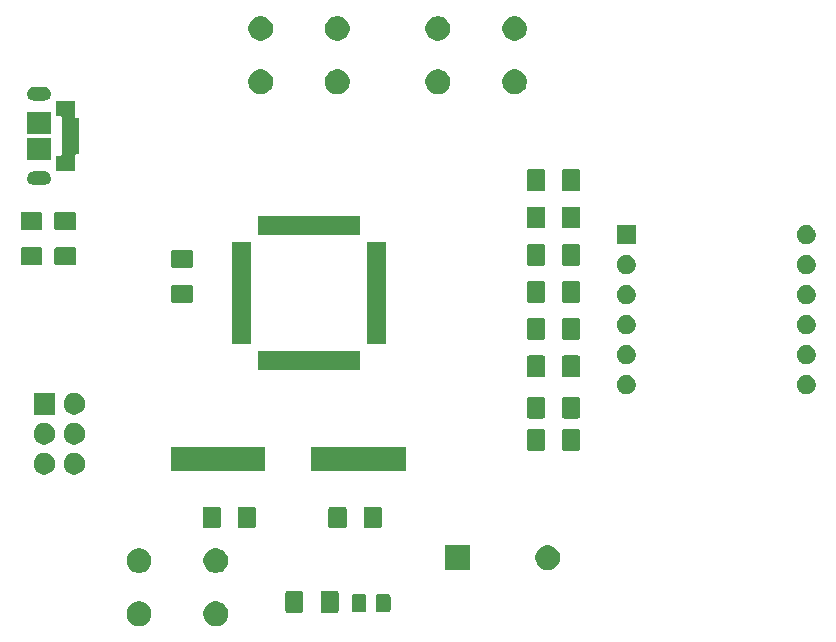
<source format=gbr>
G04 #@! TF.GenerationSoftware,KiCad,Pcbnew,(5.1.5)-3*
G04 #@! TF.CreationDate,2020-08-03T22:27:43-04:00*
G04 #@! TF.ProjectId,Kitchen Timer,4b697463-6865-46e2-9054-696d65722e6b,rev?*
G04 #@! TF.SameCoordinates,Original*
G04 #@! TF.FileFunction,Soldermask,Top*
G04 #@! TF.FilePolarity,Negative*
%FSLAX46Y46*%
G04 Gerber Fmt 4.6, Leading zero omitted, Abs format (unit mm)*
G04 Created by KiCad (PCBNEW (5.1.5)-3) date 2020-08-03 22:27:43*
%MOMM*%
%LPD*%
G04 APERTURE LIST*
%ADD10C,0.100000*%
G04 APERTURE END LIST*
D10*
G36*
X104706564Y-109489389D02*
G01*
X104897833Y-109568615D01*
X104897835Y-109568616D01*
X105069973Y-109683635D01*
X105216365Y-109830027D01*
X105331385Y-110002167D01*
X105410611Y-110193436D01*
X105451000Y-110396484D01*
X105451000Y-110603516D01*
X105410611Y-110806564D01*
X105331385Y-110997833D01*
X105331384Y-110997835D01*
X105216365Y-111169973D01*
X105069973Y-111316365D01*
X104897835Y-111431384D01*
X104897834Y-111431385D01*
X104897833Y-111431385D01*
X104706564Y-111510611D01*
X104503516Y-111551000D01*
X104296484Y-111551000D01*
X104093436Y-111510611D01*
X103902167Y-111431385D01*
X103902166Y-111431385D01*
X103902165Y-111431384D01*
X103730027Y-111316365D01*
X103583635Y-111169973D01*
X103468616Y-110997835D01*
X103468615Y-110997833D01*
X103389389Y-110806564D01*
X103349000Y-110603516D01*
X103349000Y-110396484D01*
X103389389Y-110193436D01*
X103468615Y-110002167D01*
X103583635Y-109830027D01*
X103730027Y-109683635D01*
X103902165Y-109568616D01*
X103902167Y-109568615D01*
X104093436Y-109489389D01*
X104296484Y-109449000D01*
X104503516Y-109449000D01*
X104706564Y-109489389D01*
G37*
G36*
X98206564Y-109489389D02*
G01*
X98397833Y-109568615D01*
X98397835Y-109568616D01*
X98569973Y-109683635D01*
X98716365Y-109830027D01*
X98831385Y-110002167D01*
X98910611Y-110193436D01*
X98951000Y-110396484D01*
X98951000Y-110603516D01*
X98910611Y-110806564D01*
X98831385Y-110997833D01*
X98831384Y-110997835D01*
X98716365Y-111169973D01*
X98569973Y-111316365D01*
X98397835Y-111431384D01*
X98397834Y-111431385D01*
X98397833Y-111431385D01*
X98206564Y-111510611D01*
X98003516Y-111551000D01*
X97796484Y-111551000D01*
X97593436Y-111510611D01*
X97402167Y-111431385D01*
X97402166Y-111431385D01*
X97402165Y-111431384D01*
X97230027Y-111316365D01*
X97083635Y-111169973D01*
X96968616Y-110997835D01*
X96968615Y-110997833D01*
X96889389Y-110806564D01*
X96849000Y-110603516D01*
X96849000Y-110396484D01*
X96889389Y-110193436D01*
X96968615Y-110002167D01*
X97083635Y-109830027D01*
X97230027Y-109683635D01*
X97402165Y-109568616D01*
X97402167Y-109568615D01*
X97593436Y-109489389D01*
X97796484Y-109449000D01*
X98003516Y-109449000D01*
X98206564Y-109489389D01*
G37*
G36*
X111675562Y-108578181D02*
G01*
X111710481Y-108588774D01*
X111742663Y-108605976D01*
X111770873Y-108629127D01*
X111794024Y-108657337D01*
X111811226Y-108689519D01*
X111821819Y-108724438D01*
X111826000Y-108766895D01*
X111826000Y-110233105D01*
X111821819Y-110275562D01*
X111811226Y-110310481D01*
X111794024Y-110342663D01*
X111770873Y-110370873D01*
X111742663Y-110394024D01*
X111710481Y-110411226D01*
X111675562Y-110421819D01*
X111633105Y-110426000D01*
X110491895Y-110426000D01*
X110449438Y-110421819D01*
X110414519Y-110411226D01*
X110382337Y-110394024D01*
X110354127Y-110370873D01*
X110330976Y-110342663D01*
X110313774Y-110310481D01*
X110303181Y-110275562D01*
X110299000Y-110233105D01*
X110299000Y-108766895D01*
X110303181Y-108724438D01*
X110313774Y-108689519D01*
X110330976Y-108657337D01*
X110354127Y-108629127D01*
X110382337Y-108605976D01*
X110414519Y-108588774D01*
X110449438Y-108578181D01*
X110491895Y-108574000D01*
X111633105Y-108574000D01*
X111675562Y-108578181D01*
G37*
G36*
X114650562Y-108578181D02*
G01*
X114685481Y-108588774D01*
X114717663Y-108605976D01*
X114745873Y-108629127D01*
X114769024Y-108657337D01*
X114786226Y-108689519D01*
X114796819Y-108724438D01*
X114801000Y-108766895D01*
X114801000Y-110233105D01*
X114796819Y-110275562D01*
X114786226Y-110310481D01*
X114769024Y-110342663D01*
X114745873Y-110370873D01*
X114717663Y-110394024D01*
X114685481Y-110411226D01*
X114650562Y-110421819D01*
X114608105Y-110426000D01*
X113466895Y-110426000D01*
X113424438Y-110421819D01*
X113389519Y-110411226D01*
X113357337Y-110394024D01*
X113329127Y-110370873D01*
X113305976Y-110342663D01*
X113288774Y-110310481D01*
X113278181Y-110275562D01*
X113274000Y-110233105D01*
X113274000Y-108766895D01*
X113278181Y-108724438D01*
X113288774Y-108689519D01*
X113305976Y-108657337D01*
X113329127Y-108629127D01*
X113357337Y-108605976D01*
X113389519Y-108588774D01*
X113424438Y-108578181D01*
X113466895Y-108574000D01*
X114608105Y-108574000D01*
X114650562Y-108578181D01*
G37*
G36*
X119038674Y-108853465D02*
G01*
X119076367Y-108864899D01*
X119111103Y-108883466D01*
X119141548Y-108908452D01*
X119166534Y-108938897D01*
X119185101Y-108973633D01*
X119196535Y-109011326D01*
X119201000Y-109056661D01*
X119201000Y-110143339D01*
X119196535Y-110188674D01*
X119185101Y-110226367D01*
X119166534Y-110261103D01*
X119141548Y-110291548D01*
X119111103Y-110316534D01*
X119076367Y-110335101D01*
X119038674Y-110346535D01*
X118993339Y-110351000D01*
X118156661Y-110351000D01*
X118111326Y-110346535D01*
X118073633Y-110335101D01*
X118038897Y-110316534D01*
X118008452Y-110291548D01*
X117983466Y-110261103D01*
X117964899Y-110226367D01*
X117953465Y-110188674D01*
X117949000Y-110143339D01*
X117949000Y-109056661D01*
X117953465Y-109011326D01*
X117964899Y-108973633D01*
X117983466Y-108938897D01*
X118008452Y-108908452D01*
X118038897Y-108883466D01*
X118073633Y-108864899D01*
X118111326Y-108853465D01*
X118156661Y-108849000D01*
X118993339Y-108849000D01*
X119038674Y-108853465D01*
G37*
G36*
X116988674Y-108853465D02*
G01*
X117026367Y-108864899D01*
X117061103Y-108883466D01*
X117091548Y-108908452D01*
X117116534Y-108938897D01*
X117135101Y-108973633D01*
X117146535Y-109011326D01*
X117151000Y-109056661D01*
X117151000Y-110143339D01*
X117146535Y-110188674D01*
X117135101Y-110226367D01*
X117116534Y-110261103D01*
X117091548Y-110291548D01*
X117061103Y-110316534D01*
X117026367Y-110335101D01*
X116988674Y-110346535D01*
X116943339Y-110351000D01*
X116106661Y-110351000D01*
X116061326Y-110346535D01*
X116023633Y-110335101D01*
X115988897Y-110316534D01*
X115958452Y-110291548D01*
X115933466Y-110261103D01*
X115914899Y-110226367D01*
X115903465Y-110188674D01*
X115899000Y-110143339D01*
X115899000Y-109056661D01*
X115903465Y-109011326D01*
X115914899Y-108973633D01*
X115933466Y-108938897D01*
X115958452Y-108908452D01*
X115988897Y-108883466D01*
X116023633Y-108864899D01*
X116061326Y-108853465D01*
X116106661Y-108849000D01*
X116943339Y-108849000D01*
X116988674Y-108853465D01*
G37*
G36*
X98206564Y-104989389D02*
G01*
X98397833Y-105068615D01*
X98397835Y-105068616D01*
X98569973Y-105183635D01*
X98716365Y-105330027D01*
X98792143Y-105443436D01*
X98831385Y-105502167D01*
X98910611Y-105693436D01*
X98951000Y-105896484D01*
X98951000Y-106103516D01*
X98910611Y-106306564D01*
X98831385Y-106497833D01*
X98831384Y-106497835D01*
X98716365Y-106669973D01*
X98569973Y-106816365D01*
X98397835Y-106931384D01*
X98397834Y-106931385D01*
X98397833Y-106931385D01*
X98206564Y-107010611D01*
X98003516Y-107051000D01*
X97796484Y-107051000D01*
X97593436Y-107010611D01*
X97402167Y-106931385D01*
X97402166Y-106931385D01*
X97402165Y-106931384D01*
X97230027Y-106816365D01*
X97083635Y-106669973D01*
X96968616Y-106497835D01*
X96968615Y-106497833D01*
X96889389Y-106306564D01*
X96849000Y-106103516D01*
X96849000Y-105896484D01*
X96889389Y-105693436D01*
X96968615Y-105502167D01*
X97007858Y-105443436D01*
X97083635Y-105330027D01*
X97230027Y-105183635D01*
X97402165Y-105068616D01*
X97402167Y-105068615D01*
X97593436Y-104989389D01*
X97796484Y-104949000D01*
X98003516Y-104949000D01*
X98206564Y-104989389D01*
G37*
G36*
X104706564Y-104989389D02*
G01*
X104897833Y-105068615D01*
X104897835Y-105068616D01*
X105069973Y-105183635D01*
X105216365Y-105330027D01*
X105292143Y-105443436D01*
X105331385Y-105502167D01*
X105410611Y-105693436D01*
X105451000Y-105896484D01*
X105451000Y-106103516D01*
X105410611Y-106306564D01*
X105331385Y-106497833D01*
X105331384Y-106497835D01*
X105216365Y-106669973D01*
X105069973Y-106816365D01*
X104897835Y-106931384D01*
X104897834Y-106931385D01*
X104897833Y-106931385D01*
X104706564Y-107010611D01*
X104503516Y-107051000D01*
X104296484Y-107051000D01*
X104093436Y-107010611D01*
X103902167Y-106931385D01*
X103902166Y-106931385D01*
X103902165Y-106931384D01*
X103730027Y-106816365D01*
X103583635Y-106669973D01*
X103468616Y-106497835D01*
X103468615Y-106497833D01*
X103389389Y-106306564D01*
X103349000Y-106103516D01*
X103349000Y-105896484D01*
X103389389Y-105693436D01*
X103468615Y-105502167D01*
X103507858Y-105443436D01*
X103583635Y-105330027D01*
X103730027Y-105183635D01*
X103902165Y-105068616D01*
X103902167Y-105068615D01*
X104093436Y-104989389D01*
X104296484Y-104949000D01*
X104503516Y-104949000D01*
X104706564Y-104989389D01*
G37*
G36*
X132806564Y-104739389D02*
G01*
X132997833Y-104818615D01*
X132997835Y-104818616D01*
X133169973Y-104933635D01*
X133316365Y-105080027D01*
X133385594Y-105183635D01*
X133431385Y-105252167D01*
X133510611Y-105443436D01*
X133551000Y-105646484D01*
X133551000Y-105853516D01*
X133510611Y-106056564D01*
X133431385Y-106247833D01*
X133431384Y-106247835D01*
X133316365Y-106419973D01*
X133169973Y-106566365D01*
X132997835Y-106681384D01*
X132997834Y-106681385D01*
X132997833Y-106681385D01*
X132806564Y-106760611D01*
X132603516Y-106801000D01*
X132396484Y-106801000D01*
X132193436Y-106760611D01*
X132002167Y-106681385D01*
X132002166Y-106681385D01*
X132002165Y-106681384D01*
X131830027Y-106566365D01*
X131683635Y-106419973D01*
X131568616Y-106247835D01*
X131568615Y-106247833D01*
X131489389Y-106056564D01*
X131449000Y-105853516D01*
X131449000Y-105646484D01*
X131489389Y-105443436D01*
X131568615Y-105252167D01*
X131614407Y-105183635D01*
X131683635Y-105080027D01*
X131830027Y-104933635D01*
X132002165Y-104818616D01*
X132002167Y-104818615D01*
X132193436Y-104739389D01*
X132396484Y-104699000D01*
X132603516Y-104699000D01*
X132806564Y-104739389D01*
G37*
G36*
X125951000Y-106801000D02*
G01*
X123849000Y-106801000D01*
X123849000Y-104699000D01*
X125951000Y-104699000D01*
X125951000Y-106801000D01*
G37*
G36*
X104675562Y-101428181D02*
G01*
X104710481Y-101438774D01*
X104742663Y-101455976D01*
X104770873Y-101479127D01*
X104794024Y-101507337D01*
X104811226Y-101539519D01*
X104821819Y-101574438D01*
X104826000Y-101616895D01*
X104826000Y-103083105D01*
X104821819Y-103125562D01*
X104811226Y-103160481D01*
X104794024Y-103192663D01*
X104770873Y-103220873D01*
X104742663Y-103244024D01*
X104710481Y-103261226D01*
X104675562Y-103271819D01*
X104633105Y-103276000D01*
X103491895Y-103276000D01*
X103449438Y-103271819D01*
X103414519Y-103261226D01*
X103382337Y-103244024D01*
X103354127Y-103220873D01*
X103330976Y-103192663D01*
X103313774Y-103160481D01*
X103303181Y-103125562D01*
X103299000Y-103083105D01*
X103299000Y-101616895D01*
X103303181Y-101574438D01*
X103313774Y-101539519D01*
X103330976Y-101507337D01*
X103354127Y-101479127D01*
X103382337Y-101455976D01*
X103414519Y-101438774D01*
X103449438Y-101428181D01*
X103491895Y-101424000D01*
X104633105Y-101424000D01*
X104675562Y-101428181D01*
G37*
G36*
X107650562Y-101428181D02*
G01*
X107685481Y-101438774D01*
X107717663Y-101455976D01*
X107745873Y-101479127D01*
X107769024Y-101507337D01*
X107786226Y-101539519D01*
X107796819Y-101574438D01*
X107801000Y-101616895D01*
X107801000Y-103083105D01*
X107796819Y-103125562D01*
X107786226Y-103160481D01*
X107769024Y-103192663D01*
X107745873Y-103220873D01*
X107717663Y-103244024D01*
X107685481Y-103261226D01*
X107650562Y-103271819D01*
X107608105Y-103276000D01*
X106466895Y-103276000D01*
X106424438Y-103271819D01*
X106389519Y-103261226D01*
X106357337Y-103244024D01*
X106329127Y-103220873D01*
X106305976Y-103192663D01*
X106288774Y-103160481D01*
X106278181Y-103125562D01*
X106274000Y-103083105D01*
X106274000Y-101616895D01*
X106278181Y-101574438D01*
X106288774Y-101539519D01*
X106305976Y-101507337D01*
X106329127Y-101479127D01*
X106357337Y-101455976D01*
X106389519Y-101438774D01*
X106424438Y-101428181D01*
X106466895Y-101424000D01*
X107608105Y-101424000D01*
X107650562Y-101428181D01*
G37*
G36*
X115325562Y-101428181D02*
G01*
X115360481Y-101438774D01*
X115392663Y-101455976D01*
X115420873Y-101479127D01*
X115444024Y-101507337D01*
X115461226Y-101539519D01*
X115471819Y-101574438D01*
X115476000Y-101616895D01*
X115476000Y-103083105D01*
X115471819Y-103125562D01*
X115461226Y-103160481D01*
X115444024Y-103192663D01*
X115420873Y-103220873D01*
X115392663Y-103244024D01*
X115360481Y-103261226D01*
X115325562Y-103271819D01*
X115283105Y-103276000D01*
X114141895Y-103276000D01*
X114099438Y-103271819D01*
X114064519Y-103261226D01*
X114032337Y-103244024D01*
X114004127Y-103220873D01*
X113980976Y-103192663D01*
X113963774Y-103160481D01*
X113953181Y-103125562D01*
X113949000Y-103083105D01*
X113949000Y-101616895D01*
X113953181Y-101574438D01*
X113963774Y-101539519D01*
X113980976Y-101507337D01*
X114004127Y-101479127D01*
X114032337Y-101455976D01*
X114064519Y-101438774D01*
X114099438Y-101428181D01*
X114141895Y-101424000D01*
X115283105Y-101424000D01*
X115325562Y-101428181D01*
G37*
G36*
X118300562Y-101428181D02*
G01*
X118335481Y-101438774D01*
X118367663Y-101455976D01*
X118395873Y-101479127D01*
X118419024Y-101507337D01*
X118436226Y-101539519D01*
X118446819Y-101574438D01*
X118451000Y-101616895D01*
X118451000Y-103083105D01*
X118446819Y-103125562D01*
X118436226Y-103160481D01*
X118419024Y-103192663D01*
X118395873Y-103220873D01*
X118367663Y-103244024D01*
X118335481Y-103261226D01*
X118300562Y-103271819D01*
X118258105Y-103276000D01*
X117116895Y-103276000D01*
X117074438Y-103271819D01*
X117039519Y-103261226D01*
X117007337Y-103244024D01*
X116979127Y-103220873D01*
X116955976Y-103192663D01*
X116938774Y-103160481D01*
X116928181Y-103125562D01*
X116924000Y-103083105D01*
X116924000Y-101616895D01*
X116928181Y-101574438D01*
X116938774Y-101539519D01*
X116955976Y-101507337D01*
X116979127Y-101479127D01*
X117007337Y-101455976D01*
X117039519Y-101438774D01*
X117074438Y-101428181D01*
X117116895Y-101424000D01*
X118258105Y-101424000D01*
X118300562Y-101428181D01*
G37*
G36*
X90156778Y-96920547D02*
G01*
X90323224Y-96989491D01*
X90473022Y-97089583D01*
X90600417Y-97216978D01*
X90700509Y-97366776D01*
X90769453Y-97533222D01*
X90804600Y-97709918D01*
X90804600Y-97890082D01*
X90769453Y-98066778D01*
X90700509Y-98233224D01*
X90600417Y-98383022D01*
X90473022Y-98510417D01*
X90323224Y-98610509D01*
X90156778Y-98679453D01*
X89980082Y-98714600D01*
X89799918Y-98714600D01*
X89623222Y-98679453D01*
X89456776Y-98610509D01*
X89306978Y-98510417D01*
X89179583Y-98383022D01*
X89079491Y-98233224D01*
X89010547Y-98066778D01*
X88975400Y-97890082D01*
X88975400Y-97709918D01*
X89010547Y-97533222D01*
X89079491Y-97366776D01*
X89179583Y-97216978D01*
X89306978Y-97089583D01*
X89456776Y-96989491D01*
X89623222Y-96920547D01*
X89799918Y-96885400D01*
X89980082Y-96885400D01*
X90156778Y-96920547D01*
G37*
G36*
X92696778Y-96920547D02*
G01*
X92863224Y-96989491D01*
X93013022Y-97089583D01*
X93140417Y-97216978D01*
X93240509Y-97366776D01*
X93309453Y-97533222D01*
X93344600Y-97709918D01*
X93344600Y-97890082D01*
X93309453Y-98066778D01*
X93240509Y-98233224D01*
X93140417Y-98383022D01*
X93013022Y-98510417D01*
X92863224Y-98610509D01*
X92696778Y-98679453D01*
X92520082Y-98714600D01*
X92339918Y-98714600D01*
X92163222Y-98679453D01*
X91996776Y-98610509D01*
X91846978Y-98510417D01*
X91719583Y-98383022D01*
X91619491Y-98233224D01*
X91550547Y-98066778D01*
X91515400Y-97890082D01*
X91515400Y-97709918D01*
X91550547Y-97533222D01*
X91619491Y-97366776D01*
X91719583Y-97216978D01*
X91846978Y-97089583D01*
X91996776Y-96989491D01*
X92163222Y-96920547D01*
X92339918Y-96885400D01*
X92520082Y-96885400D01*
X92696778Y-96920547D01*
G37*
G36*
X108601000Y-98451000D02*
G01*
X100624000Y-98451000D01*
X100624000Y-96349000D01*
X108601000Y-96349000D01*
X108601000Y-98451000D01*
G37*
G36*
X120476000Y-98451000D02*
G01*
X112499000Y-98451000D01*
X112499000Y-96349000D01*
X120476000Y-96349000D01*
X120476000Y-98451000D01*
G37*
G36*
X132125562Y-94878181D02*
G01*
X132160481Y-94888774D01*
X132192663Y-94905976D01*
X132220873Y-94929127D01*
X132244024Y-94957337D01*
X132261226Y-94989519D01*
X132271819Y-95024438D01*
X132276000Y-95066895D01*
X132276000Y-96533105D01*
X132271819Y-96575562D01*
X132261226Y-96610481D01*
X132244024Y-96642663D01*
X132220873Y-96670873D01*
X132192663Y-96694024D01*
X132160481Y-96711226D01*
X132125562Y-96721819D01*
X132083105Y-96726000D01*
X130941895Y-96726000D01*
X130899438Y-96721819D01*
X130864519Y-96711226D01*
X130832337Y-96694024D01*
X130804127Y-96670873D01*
X130780976Y-96642663D01*
X130763774Y-96610481D01*
X130753181Y-96575562D01*
X130749000Y-96533105D01*
X130749000Y-95066895D01*
X130753181Y-95024438D01*
X130763774Y-94989519D01*
X130780976Y-94957337D01*
X130804127Y-94929127D01*
X130832337Y-94905976D01*
X130864519Y-94888774D01*
X130899438Y-94878181D01*
X130941895Y-94874000D01*
X132083105Y-94874000D01*
X132125562Y-94878181D01*
G37*
G36*
X135100562Y-94878181D02*
G01*
X135135481Y-94888774D01*
X135167663Y-94905976D01*
X135195873Y-94929127D01*
X135219024Y-94957337D01*
X135236226Y-94989519D01*
X135246819Y-95024438D01*
X135251000Y-95066895D01*
X135251000Y-96533105D01*
X135246819Y-96575562D01*
X135236226Y-96610481D01*
X135219024Y-96642663D01*
X135195873Y-96670873D01*
X135167663Y-96694024D01*
X135135481Y-96711226D01*
X135100562Y-96721819D01*
X135058105Y-96726000D01*
X133916895Y-96726000D01*
X133874438Y-96721819D01*
X133839519Y-96711226D01*
X133807337Y-96694024D01*
X133779127Y-96670873D01*
X133755976Y-96642663D01*
X133738774Y-96610481D01*
X133728181Y-96575562D01*
X133724000Y-96533105D01*
X133724000Y-95066895D01*
X133728181Y-95024438D01*
X133738774Y-94989519D01*
X133755976Y-94957337D01*
X133779127Y-94929127D01*
X133807337Y-94905976D01*
X133839519Y-94888774D01*
X133874438Y-94878181D01*
X133916895Y-94874000D01*
X135058105Y-94874000D01*
X135100562Y-94878181D01*
G37*
G36*
X92696778Y-94380547D02*
G01*
X92863224Y-94449491D01*
X93013022Y-94549583D01*
X93140417Y-94676978D01*
X93240509Y-94826776D01*
X93309453Y-94993222D01*
X93344600Y-95169918D01*
X93344600Y-95350082D01*
X93309453Y-95526778D01*
X93240509Y-95693224D01*
X93140417Y-95843022D01*
X93013022Y-95970417D01*
X92863224Y-96070509D01*
X92696778Y-96139453D01*
X92520082Y-96174600D01*
X92339918Y-96174600D01*
X92163222Y-96139453D01*
X91996776Y-96070509D01*
X91846978Y-95970417D01*
X91719583Y-95843022D01*
X91619491Y-95693224D01*
X91550547Y-95526778D01*
X91515400Y-95350082D01*
X91515400Y-95169918D01*
X91550547Y-94993222D01*
X91619491Y-94826776D01*
X91719583Y-94676978D01*
X91846978Y-94549583D01*
X91996776Y-94449491D01*
X92163222Y-94380547D01*
X92339918Y-94345400D01*
X92520082Y-94345400D01*
X92696778Y-94380547D01*
G37*
G36*
X90156778Y-94380547D02*
G01*
X90323224Y-94449491D01*
X90473022Y-94549583D01*
X90600417Y-94676978D01*
X90700509Y-94826776D01*
X90769453Y-94993222D01*
X90804600Y-95169918D01*
X90804600Y-95350082D01*
X90769453Y-95526778D01*
X90700509Y-95693224D01*
X90600417Y-95843022D01*
X90473022Y-95970417D01*
X90323224Y-96070509D01*
X90156778Y-96139453D01*
X89980082Y-96174600D01*
X89799918Y-96174600D01*
X89623222Y-96139453D01*
X89456776Y-96070509D01*
X89306978Y-95970417D01*
X89179583Y-95843022D01*
X89079491Y-95693224D01*
X89010547Y-95526778D01*
X88975400Y-95350082D01*
X88975400Y-95169918D01*
X89010547Y-94993222D01*
X89079491Y-94826776D01*
X89179583Y-94676978D01*
X89306978Y-94549583D01*
X89456776Y-94449491D01*
X89623222Y-94380547D01*
X89799918Y-94345400D01*
X89980082Y-94345400D01*
X90156778Y-94380547D01*
G37*
G36*
X132125562Y-92128181D02*
G01*
X132160481Y-92138774D01*
X132192663Y-92155976D01*
X132220873Y-92179127D01*
X132244024Y-92207337D01*
X132261226Y-92239519D01*
X132271819Y-92274438D01*
X132276000Y-92316895D01*
X132276000Y-93783105D01*
X132271819Y-93825562D01*
X132261226Y-93860481D01*
X132244024Y-93892663D01*
X132220873Y-93920873D01*
X132192663Y-93944024D01*
X132160481Y-93961226D01*
X132125562Y-93971819D01*
X132083105Y-93976000D01*
X130941895Y-93976000D01*
X130899438Y-93971819D01*
X130864519Y-93961226D01*
X130832337Y-93944024D01*
X130804127Y-93920873D01*
X130780976Y-93892663D01*
X130763774Y-93860481D01*
X130753181Y-93825562D01*
X130749000Y-93783105D01*
X130749000Y-92316895D01*
X130753181Y-92274438D01*
X130763774Y-92239519D01*
X130780976Y-92207337D01*
X130804127Y-92179127D01*
X130832337Y-92155976D01*
X130864519Y-92138774D01*
X130899438Y-92128181D01*
X130941895Y-92124000D01*
X132083105Y-92124000D01*
X132125562Y-92128181D01*
G37*
G36*
X135100562Y-92128181D02*
G01*
X135135481Y-92138774D01*
X135167663Y-92155976D01*
X135195873Y-92179127D01*
X135219024Y-92207337D01*
X135236226Y-92239519D01*
X135246819Y-92274438D01*
X135251000Y-92316895D01*
X135251000Y-93783105D01*
X135246819Y-93825562D01*
X135236226Y-93860481D01*
X135219024Y-93892663D01*
X135195873Y-93920873D01*
X135167663Y-93944024D01*
X135135481Y-93961226D01*
X135100562Y-93971819D01*
X135058105Y-93976000D01*
X133916895Y-93976000D01*
X133874438Y-93971819D01*
X133839519Y-93961226D01*
X133807337Y-93944024D01*
X133779127Y-93920873D01*
X133755976Y-93892663D01*
X133738774Y-93860481D01*
X133728181Y-93825562D01*
X133724000Y-93783105D01*
X133724000Y-92316895D01*
X133728181Y-92274438D01*
X133738774Y-92239519D01*
X133755976Y-92207337D01*
X133779127Y-92179127D01*
X133807337Y-92155976D01*
X133839519Y-92138774D01*
X133874438Y-92128181D01*
X133916895Y-92124000D01*
X135058105Y-92124000D01*
X135100562Y-92128181D01*
G37*
G36*
X92696778Y-91840547D02*
G01*
X92863224Y-91909491D01*
X93013022Y-92009583D01*
X93140417Y-92136978D01*
X93240509Y-92286776D01*
X93309453Y-92453222D01*
X93344600Y-92629918D01*
X93344600Y-92810082D01*
X93309453Y-92986778D01*
X93240509Y-93153224D01*
X93140417Y-93303022D01*
X93013022Y-93430417D01*
X92863224Y-93530509D01*
X92696778Y-93599453D01*
X92520082Y-93634600D01*
X92339918Y-93634600D01*
X92163222Y-93599453D01*
X91996776Y-93530509D01*
X91846978Y-93430417D01*
X91719583Y-93303022D01*
X91619491Y-93153224D01*
X91550547Y-92986778D01*
X91515400Y-92810082D01*
X91515400Y-92629918D01*
X91550547Y-92453222D01*
X91619491Y-92286776D01*
X91719583Y-92136978D01*
X91846978Y-92009583D01*
X91996776Y-91909491D01*
X92163222Y-91840547D01*
X92339918Y-91805400D01*
X92520082Y-91805400D01*
X92696778Y-91840547D01*
G37*
G36*
X90804600Y-93634600D02*
G01*
X88975400Y-93634600D01*
X88975400Y-91805400D01*
X90804600Y-91805400D01*
X90804600Y-93634600D01*
G37*
G36*
X139383642Y-90329781D02*
G01*
X139529414Y-90390162D01*
X139529416Y-90390163D01*
X139660608Y-90477822D01*
X139772178Y-90589392D01*
X139859837Y-90720584D01*
X139859838Y-90720586D01*
X139920219Y-90866358D01*
X139951000Y-91021107D01*
X139951000Y-91178893D01*
X139920219Y-91333642D01*
X139859838Y-91479414D01*
X139859837Y-91479416D01*
X139772178Y-91610608D01*
X139660608Y-91722178D01*
X139529416Y-91809837D01*
X139529415Y-91809838D01*
X139529414Y-91809838D01*
X139383642Y-91870219D01*
X139228893Y-91901000D01*
X139071107Y-91901000D01*
X138916358Y-91870219D01*
X138770586Y-91809838D01*
X138770585Y-91809838D01*
X138770584Y-91809837D01*
X138639392Y-91722178D01*
X138527822Y-91610608D01*
X138440163Y-91479416D01*
X138440162Y-91479414D01*
X138379781Y-91333642D01*
X138349000Y-91178893D01*
X138349000Y-91021107D01*
X138379781Y-90866358D01*
X138440162Y-90720586D01*
X138440163Y-90720584D01*
X138527822Y-90589392D01*
X138639392Y-90477822D01*
X138770584Y-90390163D01*
X138770586Y-90390162D01*
X138916358Y-90329781D01*
X139071107Y-90299000D01*
X139228893Y-90299000D01*
X139383642Y-90329781D01*
G37*
G36*
X154623642Y-90329781D02*
G01*
X154769414Y-90390162D01*
X154769416Y-90390163D01*
X154900608Y-90477822D01*
X155012178Y-90589392D01*
X155099837Y-90720584D01*
X155099838Y-90720586D01*
X155160219Y-90866358D01*
X155191000Y-91021107D01*
X155191000Y-91178893D01*
X155160219Y-91333642D01*
X155099838Y-91479414D01*
X155099837Y-91479416D01*
X155012178Y-91610608D01*
X154900608Y-91722178D01*
X154769416Y-91809837D01*
X154769415Y-91809838D01*
X154769414Y-91809838D01*
X154623642Y-91870219D01*
X154468893Y-91901000D01*
X154311107Y-91901000D01*
X154156358Y-91870219D01*
X154010586Y-91809838D01*
X154010585Y-91809838D01*
X154010584Y-91809837D01*
X153879392Y-91722178D01*
X153767822Y-91610608D01*
X153680163Y-91479416D01*
X153680162Y-91479414D01*
X153619781Y-91333642D01*
X153589000Y-91178893D01*
X153589000Y-91021107D01*
X153619781Y-90866358D01*
X153680162Y-90720586D01*
X153680163Y-90720584D01*
X153767822Y-90589392D01*
X153879392Y-90477822D01*
X154010584Y-90390163D01*
X154010586Y-90390162D01*
X154156358Y-90329781D01*
X154311107Y-90299000D01*
X154468893Y-90299000D01*
X154623642Y-90329781D01*
G37*
G36*
X135100562Y-88628181D02*
G01*
X135135481Y-88638774D01*
X135167663Y-88655976D01*
X135195873Y-88679127D01*
X135219024Y-88707337D01*
X135236226Y-88739519D01*
X135246819Y-88774438D01*
X135251000Y-88816895D01*
X135251000Y-90283105D01*
X135246819Y-90325562D01*
X135236226Y-90360481D01*
X135219024Y-90392663D01*
X135195873Y-90420873D01*
X135167663Y-90444024D01*
X135135481Y-90461226D01*
X135100562Y-90471819D01*
X135058105Y-90476000D01*
X133916895Y-90476000D01*
X133874438Y-90471819D01*
X133839519Y-90461226D01*
X133807337Y-90444024D01*
X133779127Y-90420873D01*
X133755976Y-90392663D01*
X133738774Y-90360481D01*
X133728181Y-90325562D01*
X133724000Y-90283105D01*
X133724000Y-88816895D01*
X133728181Y-88774438D01*
X133738774Y-88739519D01*
X133755976Y-88707337D01*
X133779127Y-88679127D01*
X133807337Y-88655976D01*
X133839519Y-88638774D01*
X133874438Y-88628181D01*
X133916895Y-88624000D01*
X135058105Y-88624000D01*
X135100562Y-88628181D01*
G37*
G36*
X132125562Y-88628181D02*
G01*
X132160481Y-88638774D01*
X132192663Y-88655976D01*
X132220873Y-88679127D01*
X132244024Y-88707337D01*
X132261226Y-88739519D01*
X132271819Y-88774438D01*
X132276000Y-88816895D01*
X132276000Y-90283105D01*
X132271819Y-90325562D01*
X132261226Y-90360481D01*
X132244024Y-90392663D01*
X132220873Y-90420873D01*
X132192663Y-90444024D01*
X132160481Y-90461226D01*
X132125562Y-90471819D01*
X132083105Y-90476000D01*
X130941895Y-90476000D01*
X130899438Y-90471819D01*
X130864519Y-90461226D01*
X130832337Y-90444024D01*
X130804127Y-90420873D01*
X130780976Y-90392663D01*
X130763774Y-90360481D01*
X130753181Y-90325562D01*
X130749000Y-90283105D01*
X130749000Y-88816895D01*
X130753181Y-88774438D01*
X130763774Y-88739519D01*
X130780976Y-88707337D01*
X130804127Y-88679127D01*
X130832337Y-88655976D01*
X130864519Y-88638774D01*
X130899438Y-88628181D01*
X130941895Y-88624000D01*
X132083105Y-88624000D01*
X132125562Y-88628181D01*
G37*
G36*
X116626000Y-89851000D02*
G01*
X107974000Y-89851000D01*
X107974000Y-88249000D01*
X116626000Y-88249000D01*
X116626000Y-89851000D01*
G37*
G36*
X139383642Y-87789781D02*
G01*
X139529414Y-87850162D01*
X139529416Y-87850163D01*
X139660608Y-87937822D01*
X139772178Y-88049392D01*
X139859837Y-88180584D01*
X139859838Y-88180586D01*
X139920219Y-88326358D01*
X139951000Y-88481107D01*
X139951000Y-88638893D01*
X139920219Y-88793642D01*
X139879521Y-88891895D01*
X139859837Y-88939416D01*
X139772178Y-89070608D01*
X139660608Y-89182178D01*
X139529416Y-89269837D01*
X139529415Y-89269838D01*
X139529414Y-89269838D01*
X139383642Y-89330219D01*
X139228893Y-89361000D01*
X139071107Y-89361000D01*
X138916358Y-89330219D01*
X138770586Y-89269838D01*
X138770585Y-89269838D01*
X138770584Y-89269837D01*
X138639392Y-89182178D01*
X138527822Y-89070608D01*
X138440163Y-88939416D01*
X138420479Y-88891895D01*
X138379781Y-88793642D01*
X138349000Y-88638893D01*
X138349000Y-88481107D01*
X138379781Y-88326358D01*
X138440162Y-88180586D01*
X138440163Y-88180584D01*
X138527822Y-88049392D01*
X138639392Y-87937822D01*
X138770584Y-87850163D01*
X138770586Y-87850162D01*
X138916358Y-87789781D01*
X139071107Y-87759000D01*
X139228893Y-87759000D01*
X139383642Y-87789781D01*
G37*
G36*
X154623642Y-87789781D02*
G01*
X154769414Y-87850162D01*
X154769416Y-87850163D01*
X154900608Y-87937822D01*
X155012178Y-88049392D01*
X155099837Y-88180584D01*
X155099838Y-88180586D01*
X155160219Y-88326358D01*
X155191000Y-88481107D01*
X155191000Y-88638893D01*
X155160219Y-88793642D01*
X155119521Y-88891895D01*
X155099837Y-88939416D01*
X155012178Y-89070608D01*
X154900608Y-89182178D01*
X154769416Y-89269837D01*
X154769415Y-89269838D01*
X154769414Y-89269838D01*
X154623642Y-89330219D01*
X154468893Y-89361000D01*
X154311107Y-89361000D01*
X154156358Y-89330219D01*
X154010586Y-89269838D01*
X154010585Y-89269838D01*
X154010584Y-89269837D01*
X153879392Y-89182178D01*
X153767822Y-89070608D01*
X153680163Y-88939416D01*
X153660479Y-88891895D01*
X153619781Y-88793642D01*
X153589000Y-88638893D01*
X153589000Y-88481107D01*
X153619781Y-88326358D01*
X153680162Y-88180586D01*
X153680163Y-88180584D01*
X153767822Y-88049392D01*
X153879392Y-87937822D01*
X154010584Y-87850163D01*
X154010586Y-87850162D01*
X154156358Y-87789781D01*
X154311107Y-87759000D01*
X154468893Y-87759000D01*
X154623642Y-87789781D01*
G37*
G36*
X118801000Y-87676000D02*
G01*
X117199000Y-87676000D01*
X117199000Y-79024000D01*
X118801000Y-79024000D01*
X118801000Y-87676000D01*
G37*
G36*
X107401000Y-87676000D02*
G01*
X105799000Y-87676000D01*
X105799000Y-79024000D01*
X107401000Y-79024000D01*
X107401000Y-87676000D01*
G37*
G36*
X132125562Y-85478181D02*
G01*
X132160481Y-85488774D01*
X132192663Y-85505976D01*
X132220873Y-85529127D01*
X132244024Y-85557337D01*
X132261226Y-85589519D01*
X132271819Y-85624438D01*
X132276000Y-85666895D01*
X132276000Y-87133105D01*
X132271819Y-87175562D01*
X132261226Y-87210481D01*
X132244024Y-87242663D01*
X132220873Y-87270873D01*
X132192663Y-87294024D01*
X132160481Y-87311226D01*
X132125562Y-87321819D01*
X132083105Y-87326000D01*
X130941895Y-87326000D01*
X130899438Y-87321819D01*
X130864519Y-87311226D01*
X130832337Y-87294024D01*
X130804127Y-87270873D01*
X130780976Y-87242663D01*
X130763774Y-87210481D01*
X130753181Y-87175562D01*
X130749000Y-87133105D01*
X130749000Y-85666895D01*
X130753181Y-85624438D01*
X130763774Y-85589519D01*
X130780976Y-85557337D01*
X130804127Y-85529127D01*
X130832337Y-85505976D01*
X130864519Y-85488774D01*
X130899438Y-85478181D01*
X130941895Y-85474000D01*
X132083105Y-85474000D01*
X132125562Y-85478181D01*
G37*
G36*
X135100562Y-85478181D02*
G01*
X135135481Y-85488774D01*
X135167663Y-85505976D01*
X135195873Y-85529127D01*
X135219024Y-85557337D01*
X135236226Y-85589519D01*
X135246819Y-85624438D01*
X135251000Y-85666895D01*
X135251000Y-87133105D01*
X135246819Y-87175562D01*
X135236226Y-87210481D01*
X135219024Y-87242663D01*
X135195873Y-87270873D01*
X135167663Y-87294024D01*
X135135481Y-87311226D01*
X135100562Y-87321819D01*
X135058105Y-87326000D01*
X133916895Y-87326000D01*
X133874438Y-87321819D01*
X133839519Y-87311226D01*
X133807337Y-87294024D01*
X133779127Y-87270873D01*
X133755976Y-87242663D01*
X133738774Y-87210481D01*
X133728181Y-87175562D01*
X133724000Y-87133105D01*
X133724000Y-85666895D01*
X133728181Y-85624438D01*
X133738774Y-85589519D01*
X133755976Y-85557337D01*
X133779127Y-85529127D01*
X133807337Y-85505976D01*
X133839519Y-85488774D01*
X133874438Y-85478181D01*
X133916895Y-85474000D01*
X135058105Y-85474000D01*
X135100562Y-85478181D01*
G37*
G36*
X154623642Y-85249781D02*
G01*
X154769414Y-85310162D01*
X154769416Y-85310163D01*
X154900608Y-85397822D01*
X155012178Y-85509392D01*
X155099030Y-85639376D01*
X155099838Y-85640586D01*
X155160219Y-85786358D01*
X155191000Y-85941107D01*
X155191000Y-86098893D01*
X155160219Y-86253642D01*
X155099838Y-86399414D01*
X155099837Y-86399416D01*
X155012178Y-86530608D01*
X154900608Y-86642178D01*
X154769416Y-86729837D01*
X154769415Y-86729838D01*
X154769414Y-86729838D01*
X154623642Y-86790219D01*
X154468893Y-86821000D01*
X154311107Y-86821000D01*
X154156358Y-86790219D01*
X154010586Y-86729838D01*
X154010585Y-86729838D01*
X154010584Y-86729837D01*
X153879392Y-86642178D01*
X153767822Y-86530608D01*
X153680163Y-86399416D01*
X153680162Y-86399414D01*
X153619781Y-86253642D01*
X153589000Y-86098893D01*
X153589000Y-85941107D01*
X153619781Y-85786358D01*
X153680162Y-85640586D01*
X153680970Y-85639376D01*
X153767822Y-85509392D01*
X153879392Y-85397822D01*
X154010584Y-85310163D01*
X154010586Y-85310162D01*
X154156358Y-85249781D01*
X154311107Y-85219000D01*
X154468893Y-85219000D01*
X154623642Y-85249781D01*
G37*
G36*
X139383642Y-85249781D02*
G01*
X139529414Y-85310162D01*
X139529416Y-85310163D01*
X139660608Y-85397822D01*
X139772178Y-85509392D01*
X139859030Y-85639376D01*
X139859838Y-85640586D01*
X139920219Y-85786358D01*
X139951000Y-85941107D01*
X139951000Y-86098893D01*
X139920219Y-86253642D01*
X139859838Y-86399414D01*
X139859837Y-86399416D01*
X139772178Y-86530608D01*
X139660608Y-86642178D01*
X139529416Y-86729837D01*
X139529415Y-86729838D01*
X139529414Y-86729838D01*
X139383642Y-86790219D01*
X139228893Y-86821000D01*
X139071107Y-86821000D01*
X138916358Y-86790219D01*
X138770586Y-86729838D01*
X138770585Y-86729838D01*
X138770584Y-86729837D01*
X138639392Y-86642178D01*
X138527822Y-86530608D01*
X138440163Y-86399416D01*
X138440162Y-86399414D01*
X138379781Y-86253642D01*
X138349000Y-86098893D01*
X138349000Y-85941107D01*
X138379781Y-85786358D01*
X138440162Y-85640586D01*
X138440970Y-85639376D01*
X138527822Y-85509392D01*
X138639392Y-85397822D01*
X138770584Y-85310163D01*
X138770586Y-85310162D01*
X138916358Y-85249781D01*
X139071107Y-85219000D01*
X139228893Y-85219000D01*
X139383642Y-85249781D01*
G37*
G36*
X154623642Y-82709781D02*
G01*
X154769414Y-82770162D01*
X154769416Y-82770163D01*
X154900608Y-82857822D01*
X155012178Y-82969392D01*
X155099837Y-83100584D01*
X155099838Y-83100586D01*
X155160219Y-83246358D01*
X155191000Y-83401107D01*
X155191000Y-83558893D01*
X155160219Y-83713642D01*
X155114507Y-83824000D01*
X155099837Y-83859416D01*
X155012178Y-83990608D01*
X154900608Y-84102178D01*
X154769416Y-84189837D01*
X154769415Y-84189838D01*
X154769414Y-84189838D01*
X154623642Y-84250219D01*
X154468893Y-84281000D01*
X154311107Y-84281000D01*
X154156358Y-84250219D01*
X154010586Y-84189838D01*
X154010585Y-84189838D01*
X154010584Y-84189837D01*
X153879392Y-84102178D01*
X153767822Y-83990608D01*
X153680163Y-83859416D01*
X153665493Y-83824000D01*
X153619781Y-83713642D01*
X153589000Y-83558893D01*
X153589000Y-83401107D01*
X153619781Y-83246358D01*
X153680162Y-83100586D01*
X153680163Y-83100584D01*
X153767822Y-82969392D01*
X153879392Y-82857822D01*
X154010584Y-82770163D01*
X154010586Y-82770162D01*
X154156358Y-82709781D01*
X154311107Y-82679000D01*
X154468893Y-82679000D01*
X154623642Y-82709781D01*
G37*
G36*
X139383642Y-82709781D02*
G01*
X139529414Y-82770162D01*
X139529416Y-82770163D01*
X139660608Y-82857822D01*
X139772178Y-82969392D01*
X139859837Y-83100584D01*
X139859838Y-83100586D01*
X139920219Y-83246358D01*
X139951000Y-83401107D01*
X139951000Y-83558893D01*
X139920219Y-83713642D01*
X139874507Y-83824000D01*
X139859837Y-83859416D01*
X139772178Y-83990608D01*
X139660608Y-84102178D01*
X139529416Y-84189837D01*
X139529415Y-84189838D01*
X139529414Y-84189838D01*
X139383642Y-84250219D01*
X139228893Y-84281000D01*
X139071107Y-84281000D01*
X138916358Y-84250219D01*
X138770586Y-84189838D01*
X138770585Y-84189838D01*
X138770584Y-84189837D01*
X138639392Y-84102178D01*
X138527822Y-83990608D01*
X138440163Y-83859416D01*
X138425493Y-83824000D01*
X138379781Y-83713642D01*
X138349000Y-83558893D01*
X138349000Y-83401107D01*
X138379781Y-83246358D01*
X138440162Y-83100586D01*
X138440163Y-83100584D01*
X138527822Y-82969392D01*
X138639392Y-82857822D01*
X138770584Y-82770163D01*
X138770586Y-82770162D01*
X138916358Y-82709781D01*
X139071107Y-82679000D01*
X139228893Y-82679000D01*
X139383642Y-82709781D01*
G37*
G36*
X102325562Y-82678181D02*
G01*
X102360481Y-82688774D01*
X102392663Y-82705976D01*
X102420873Y-82729127D01*
X102444024Y-82757337D01*
X102461226Y-82789519D01*
X102471819Y-82824438D01*
X102476000Y-82866895D01*
X102476000Y-84008105D01*
X102471819Y-84050562D01*
X102461226Y-84085481D01*
X102444024Y-84117663D01*
X102420873Y-84145873D01*
X102392663Y-84169024D01*
X102360481Y-84186226D01*
X102325562Y-84196819D01*
X102283105Y-84201000D01*
X100816895Y-84201000D01*
X100774438Y-84196819D01*
X100739519Y-84186226D01*
X100707337Y-84169024D01*
X100679127Y-84145873D01*
X100655976Y-84117663D01*
X100638774Y-84085481D01*
X100628181Y-84050562D01*
X100624000Y-84008105D01*
X100624000Y-82866895D01*
X100628181Y-82824438D01*
X100638774Y-82789519D01*
X100655976Y-82757337D01*
X100679127Y-82729127D01*
X100707337Y-82705976D01*
X100739519Y-82688774D01*
X100774438Y-82678181D01*
X100816895Y-82674000D01*
X102283105Y-82674000D01*
X102325562Y-82678181D01*
G37*
G36*
X132125562Y-82328181D02*
G01*
X132160481Y-82338774D01*
X132192663Y-82355976D01*
X132220873Y-82379127D01*
X132244024Y-82407337D01*
X132261226Y-82439519D01*
X132271819Y-82474438D01*
X132276000Y-82516895D01*
X132276000Y-83983105D01*
X132271819Y-84025562D01*
X132261226Y-84060481D01*
X132244024Y-84092663D01*
X132220873Y-84120873D01*
X132192663Y-84144024D01*
X132160481Y-84161226D01*
X132125562Y-84171819D01*
X132083105Y-84176000D01*
X130941895Y-84176000D01*
X130899438Y-84171819D01*
X130864519Y-84161226D01*
X130832337Y-84144024D01*
X130804127Y-84120873D01*
X130780976Y-84092663D01*
X130763774Y-84060481D01*
X130753181Y-84025562D01*
X130749000Y-83983105D01*
X130749000Y-82516895D01*
X130753181Y-82474438D01*
X130763774Y-82439519D01*
X130780976Y-82407337D01*
X130804127Y-82379127D01*
X130832337Y-82355976D01*
X130864519Y-82338774D01*
X130899438Y-82328181D01*
X130941895Y-82324000D01*
X132083105Y-82324000D01*
X132125562Y-82328181D01*
G37*
G36*
X135100562Y-82328181D02*
G01*
X135135481Y-82338774D01*
X135167663Y-82355976D01*
X135195873Y-82379127D01*
X135219024Y-82407337D01*
X135236226Y-82439519D01*
X135246819Y-82474438D01*
X135251000Y-82516895D01*
X135251000Y-83983105D01*
X135246819Y-84025562D01*
X135236226Y-84060481D01*
X135219024Y-84092663D01*
X135195873Y-84120873D01*
X135167663Y-84144024D01*
X135135481Y-84161226D01*
X135100562Y-84171819D01*
X135058105Y-84176000D01*
X133916895Y-84176000D01*
X133874438Y-84171819D01*
X133839519Y-84161226D01*
X133807337Y-84144024D01*
X133779127Y-84120873D01*
X133755976Y-84092663D01*
X133738774Y-84060481D01*
X133728181Y-84025562D01*
X133724000Y-83983105D01*
X133724000Y-82516895D01*
X133728181Y-82474438D01*
X133738774Y-82439519D01*
X133755976Y-82407337D01*
X133779127Y-82379127D01*
X133807337Y-82355976D01*
X133839519Y-82338774D01*
X133874438Y-82328181D01*
X133916895Y-82324000D01*
X135058105Y-82324000D01*
X135100562Y-82328181D01*
G37*
G36*
X154623642Y-80169781D02*
G01*
X154769414Y-80230162D01*
X154769416Y-80230163D01*
X154900608Y-80317822D01*
X155012178Y-80429392D01*
X155043320Y-80476000D01*
X155099838Y-80560586D01*
X155160219Y-80706358D01*
X155191000Y-80861107D01*
X155191000Y-81018893D01*
X155160219Y-81173642D01*
X155099838Y-81319414D01*
X155099837Y-81319416D01*
X155012178Y-81450608D01*
X154900608Y-81562178D01*
X154769416Y-81649837D01*
X154769415Y-81649838D01*
X154769414Y-81649838D01*
X154623642Y-81710219D01*
X154468893Y-81741000D01*
X154311107Y-81741000D01*
X154156358Y-81710219D01*
X154010586Y-81649838D01*
X154010585Y-81649838D01*
X154010584Y-81649837D01*
X153879392Y-81562178D01*
X153767822Y-81450608D01*
X153680163Y-81319416D01*
X153680162Y-81319414D01*
X153619781Y-81173642D01*
X153589000Y-81018893D01*
X153589000Y-80861107D01*
X153619781Y-80706358D01*
X153680162Y-80560586D01*
X153736680Y-80476000D01*
X153767822Y-80429392D01*
X153879392Y-80317822D01*
X154010584Y-80230163D01*
X154010586Y-80230162D01*
X154156358Y-80169781D01*
X154311107Y-80139000D01*
X154468893Y-80139000D01*
X154623642Y-80169781D01*
G37*
G36*
X139383642Y-80169781D02*
G01*
X139529414Y-80230162D01*
X139529416Y-80230163D01*
X139660608Y-80317822D01*
X139772178Y-80429392D01*
X139803320Y-80476000D01*
X139859838Y-80560586D01*
X139920219Y-80706358D01*
X139951000Y-80861107D01*
X139951000Y-81018893D01*
X139920219Y-81173642D01*
X139859838Y-81319414D01*
X139859837Y-81319416D01*
X139772178Y-81450608D01*
X139660608Y-81562178D01*
X139529416Y-81649837D01*
X139529415Y-81649838D01*
X139529414Y-81649838D01*
X139383642Y-81710219D01*
X139228893Y-81741000D01*
X139071107Y-81741000D01*
X138916358Y-81710219D01*
X138770586Y-81649838D01*
X138770585Y-81649838D01*
X138770584Y-81649837D01*
X138639392Y-81562178D01*
X138527822Y-81450608D01*
X138440163Y-81319416D01*
X138440162Y-81319414D01*
X138379781Y-81173642D01*
X138349000Y-81018893D01*
X138349000Y-80861107D01*
X138379781Y-80706358D01*
X138440162Y-80560586D01*
X138496680Y-80476000D01*
X138527822Y-80429392D01*
X138639392Y-80317822D01*
X138770584Y-80230163D01*
X138770586Y-80230162D01*
X138916358Y-80169781D01*
X139071107Y-80139000D01*
X139228893Y-80139000D01*
X139383642Y-80169781D01*
G37*
G36*
X102325562Y-79703181D02*
G01*
X102360481Y-79713774D01*
X102392663Y-79730976D01*
X102420873Y-79754127D01*
X102444024Y-79782337D01*
X102461226Y-79814519D01*
X102471819Y-79849438D01*
X102476000Y-79891895D01*
X102476000Y-81033105D01*
X102471819Y-81075562D01*
X102461226Y-81110481D01*
X102444024Y-81142663D01*
X102420873Y-81170873D01*
X102392663Y-81194024D01*
X102360481Y-81211226D01*
X102325562Y-81221819D01*
X102283105Y-81226000D01*
X100816895Y-81226000D01*
X100774438Y-81221819D01*
X100739519Y-81211226D01*
X100707337Y-81194024D01*
X100679127Y-81170873D01*
X100655976Y-81142663D01*
X100638774Y-81110481D01*
X100628181Y-81075562D01*
X100624000Y-81033105D01*
X100624000Y-79891895D01*
X100628181Y-79849438D01*
X100638774Y-79814519D01*
X100655976Y-79782337D01*
X100679127Y-79754127D01*
X100707337Y-79730976D01*
X100739519Y-79713774D01*
X100774438Y-79703181D01*
X100816895Y-79699000D01*
X102283105Y-79699000D01*
X102325562Y-79703181D01*
G37*
G36*
X135100562Y-79178181D02*
G01*
X135135481Y-79188774D01*
X135167663Y-79205976D01*
X135195873Y-79229127D01*
X135219024Y-79257337D01*
X135236226Y-79289519D01*
X135246819Y-79324438D01*
X135251000Y-79366895D01*
X135251000Y-80833105D01*
X135246819Y-80875562D01*
X135236226Y-80910481D01*
X135219024Y-80942663D01*
X135195873Y-80970873D01*
X135167663Y-80994024D01*
X135135481Y-81011226D01*
X135100562Y-81021819D01*
X135058105Y-81026000D01*
X133916895Y-81026000D01*
X133874438Y-81021819D01*
X133839519Y-81011226D01*
X133807337Y-80994024D01*
X133779127Y-80970873D01*
X133755976Y-80942663D01*
X133738774Y-80910481D01*
X133728181Y-80875562D01*
X133724000Y-80833105D01*
X133724000Y-79366895D01*
X133728181Y-79324438D01*
X133738774Y-79289519D01*
X133755976Y-79257337D01*
X133779127Y-79229127D01*
X133807337Y-79205976D01*
X133839519Y-79188774D01*
X133874438Y-79178181D01*
X133916895Y-79174000D01*
X135058105Y-79174000D01*
X135100562Y-79178181D01*
G37*
G36*
X132125562Y-79178181D02*
G01*
X132160481Y-79188774D01*
X132192663Y-79205976D01*
X132220873Y-79229127D01*
X132244024Y-79257337D01*
X132261226Y-79289519D01*
X132271819Y-79324438D01*
X132276000Y-79366895D01*
X132276000Y-80833105D01*
X132271819Y-80875562D01*
X132261226Y-80910481D01*
X132244024Y-80942663D01*
X132220873Y-80970873D01*
X132192663Y-80994024D01*
X132160481Y-81011226D01*
X132125562Y-81021819D01*
X132083105Y-81026000D01*
X130941895Y-81026000D01*
X130899438Y-81021819D01*
X130864519Y-81011226D01*
X130832337Y-80994024D01*
X130804127Y-80970873D01*
X130780976Y-80942663D01*
X130763774Y-80910481D01*
X130753181Y-80875562D01*
X130749000Y-80833105D01*
X130749000Y-79366895D01*
X130753181Y-79324438D01*
X130763774Y-79289519D01*
X130780976Y-79257337D01*
X130804127Y-79229127D01*
X130832337Y-79205976D01*
X130864519Y-79188774D01*
X130899438Y-79178181D01*
X130941895Y-79174000D01*
X132083105Y-79174000D01*
X132125562Y-79178181D01*
G37*
G36*
X89575562Y-79478181D02*
G01*
X89610481Y-79488774D01*
X89642663Y-79505976D01*
X89670873Y-79529127D01*
X89694024Y-79557337D01*
X89711226Y-79589519D01*
X89721819Y-79624438D01*
X89726000Y-79666895D01*
X89726000Y-80808105D01*
X89721819Y-80850562D01*
X89711226Y-80885481D01*
X89694024Y-80917663D01*
X89670873Y-80945873D01*
X89642663Y-80969024D01*
X89610481Y-80986226D01*
X89575562Y-80996819D01*
X89533105Y-81001000D01*
X88066895Y-81001000D01*
X88024438Y-80996819D01*
X87989519Y-80986226D01*
X87957337Y-80969024D01*
X87929127Y-80945873D01*
X87905976Y-80917663D01*
X87888774Y-80885481D01*
X87878181Y-80850562D01*
X87874000Y-80808105D01*
X87874000Y-79666895D01*
X87878181Y-79624438D01*
X87888774Y-79589519D01*
X87905976Y-79557337D01*
X87929127Y-79529127D01*
X87957337Y-79505976D01*
X87989519Y-79488774D01*
X88024438Y-79478181D01*
X88066895Y-79474000D01*
X89533105Y-79474000D01*
X89575562Y-79478181D01*
G37*
G36*
X92425562Y-79478181D02*
G01*
X92460481Y-79488774D01*
X92492663Y-79505976D01*
X92520873Y-79529127D01*
X92544024Y-79557337D01*
X92561226Y-79589519D01*
X92571819Y-79624438D01*
X92576000Y-79666895D01*
X92576000Y-80808105D01*
X92571819Y-80850562D01*
X92561226Y-80885481D01*
X92544024Y-80917663D01*
X92520873Y-80945873D01*
X92492663Y-80969024D01*
X92460481Y-80986226D01*
X92425562Y-80996819D01*
X92383105Y-81001000D01*
X90916895Y-81001000D01*
X90874438Y-80996819D01*
X90839519Y-80986226D01*
X90807337Y-80969024D01*
X90779127Y-80945873D01*
X90755976Y-80917663D01*
X90738774Y-80885481D01*
X90728181Y-80850562D01*
X90724000Y-80808105D01*
X90724000Y-79666895D01*
X90728181Y-79624438D01*
X90738774Y-79589519D01*
X90755976Y-79557337D01*
X90779127Y-79529127D01*
X90807337Y-79505976D01*
X90839519Y-79488774D01*
X90874438Y-79478181D01*
X90916895Y-79474000D01*
X92383105Y-79474000D01*
X92425562Y-79478181D01*
G37*
G36*
X154623642Y-77629781D02*
G01*
X154769414Y-77690162D01*
X154769416Y-77690163D01*
X154900608Y-77777822D01*
X155012178Y-77889392D01*
X155066621Y-77970873D01*
X155099838Y-78020586D01*
X155160219Y-78166358D01*
X155191000Y-78321107D01*
X155191000Y-78478893D01*
X155160219Y-78633642D01*
X155099838Y-78779414D01*
X155099837Y-78779416D01*
X155012178Y-78910608D01*
X154900608Y-79022178D01*
X154769416Y-79109837D01*
X154769415Y-79109838D01*
X154769414Y-79109838D01*
X154623642Y-79170219D01*
X154468893Y-79201000D01*
X154311107Y-79201000D01*
X154156358Y-79170219D01*
X154010586Y-79109838D01*
X154010585Y-79109838D01*
X154010584Y-79109837D01*
X153879392Y-79022178D01*
X153767822Y-78910608D01*
X153680163Y-78779416D01*
X153680162Y-78779414D01*
X153619781Y-78633642D01*
X153589000Y-78478893D01*
X153589000Y-78321107D01*
X153619781Y-78166358D01*
X153680162Y-78020586D01*
X153713379Y-77970873D01*
X153767822Y-77889392D01*
X153879392Y-77777822D01*
X154010584Y-77690163D01*
X154010586Y-77690162D01*
X154156358Y-77629781D01*
X154311107Y-77599000D01*
X154468893Y-77599000D01*
X154623642Y-77629781D01*
G37*
G36*
X139951000Y-79201000D02*
G01*
X138349000Y-79201000D01*
X138349000Y-77599000D01*
X139951000Y-77599000D01*
X139951000Y-79201000D01*
G37*
G36*
X116626000Y-78451000D02*
G01*
X107974000Y-78451000D01*
X107974000Y-76849000D01*
X116626000Y-76849000D01*
X116626000Y-78451000D01*
G37*
G36*
X92425562Y-76503181D02*
G01*
X92460481Y-76513774D01*
X92492663Y-76530976D01*
X92520873Y-76554127D01*
X92544024Y-76582337D01*
X92561226Y-76614519D01*
X92571819Y-76649438D01*
X92576000Y-76691895D01*
X92576000Y-77833105D01*
X92571819Y-77875562D01*
X92561226Y-77910481D01*
X92544024Y-77942663D01*
X92520873Y-77970873D01*
X92492663Y-77994024D01*
X92460481Y-78011226D01*
X92425562Y-78021819D01*
X92383105Y-78026000D01*
X90916895Y-78026000D01*
X90874438Y-78021819D01*
X90839519Y-78011226D01*
X90807337Y-77994024D01*
X90779127Y-77970873D01*
X90755976Y-77942663D01*
X90738774Y-77910481D01*
X90728181Y-77875562D01*
X90724000Y-77833105D01*
X90724000Y-76691895D01*
X90728181Y-76649438D01*
X90738774Y-76614519D01*
X90755976Y-76582337D01*
X90779127Y-76554127D01*
X90807337Y-76530976D01*
X90839519Y-76513774D01*
X90874438Y-76503181D01*
X90916895Y-76499000D01*
X92383105Y-76499000D01*
X92425562Y-76503181D01*
G37*
G36*
X89575562Y-76503181D02*
G01*
X89610481Y-76513774D01*
X89642663Y-76530976D01*
X89670873Y-76554127D01*
X89694024Y-76582337D01*
X89711226Y-76614519D01*
X89721819Y-76649438D01*
X89726000Y-76691895D01*
X89726000Y-77833105D01*
X89721819Y-77875562D01*
X89711226Y-77910481D01*
X89694024Y-77942663D01*
X89670873Y-77970873D01*
X89642663Y-77994024D01*
X89610481Y-78011226D01*
X89575562Y-78021819D01*
X89533105Y-78026000D01*
X88066895Y-78026000D01*
X88024438Y-78021819D01*
X87989519Y-78011226D01*
X87957337Y-77994024D01*
X87929127Y-77970873D01*
X87905976Y-77942663D01*
X87888774Y-77910481D01*
X87878181Y-77875562D01*
X87874000Y-77833105D01*
X87874000Y-76691895D01*
X87878181Y-76649438D01*
X87888774Y-76614519D01*
X87905976Y-76582337D01*
X87929127Y-76554127D01*
X87957337Y-76530976D01*
X87989519Y-76513774D01*
X88024438Y-76503181D01*
X88066895Y-76499000D01*
X89533105Y-76499000D01*
X89575562Y-76503181D01*
G37*
G36*
X132125562Y-76028181D02*
G01*
X132160481Y-76038774D01*
X132192663Y-76055976D01*
X132220873Y-76079127D01*
X132244024Y-76107337D01*
X132261226Y-76139519D01*
X132271819Y-76174438D01*
X132276000Y-76216895D01*
X132276000Y-77683105D01*
X132271819Y-77725562D01*
X132261226Y-77760481D01*
X132244024Y-77792663D01*
X132220873Y-77820873D01*
X132192663Y-77844024D01*
X132160481Y-77861226D01*
X132125562Y-77871819D01*
X132083105Y-77876000D01*
X130941895Y-77876000D01*
X130899438Y-77871819D01*
X130864519Y-77861226D01*
X130832337Y-77844024D01*
X130804127Y-77820873D01*
X130780976Y-77792663D01*
X130763774Y-77760481D01*
X130753181Y-77725562D01*
X130749000Y-77683105D01*
X130749000Y-76216895D01*
X130753181Y-76174438D01*
X130763774Y-76139519D01*
X130780976Y-76107337D01*
X130804127Y-76079127D01*
X130832337Y-76055976D01*
X130864519Y-76038774D01*
X130899438Y-76028181D01*
X130941895Y-76024000D01*
X132083105Y-76024000D01*
X132125562Y-76028181D01*
G37*
G36*
X135100562Y-76028181D02*
G01*
X135135481Y-76038774D01*
X135167663Y-76055976D01*
X135195873Y-76079127D01*
X135219024Y-76107337D01*
X135236226Y-76139519D01*
X135246819Y-76174438D01*
X135251000Y-76216895D01*
X135251000Y-77683105D01*
X135246819Y-77725562D01*
X135236226Y-77760481D01*
X135219024Y-77792663D01*
X135195873Y-77820873D01*
X135167663Y-77844024D01*
X135135481Y-77861226D01*
X135100562Y-77871819D01*
X135058105Y-77876000D01*
X133916895Y-77876000D01*
X133874438Y-77871819D01*
X133839519Y-77861226D01*
X133807337Y-77844024D01*
X133779127Y-77820873D01*
X133755976Y-77792663D01*
X133738774Y-77760481D01*
X133728181Y-77725562D01*
X133724000Y-77683105D01*
X133724000Y-76216895D01*
X133728181Y-76174438D01*
X133738774Y-76139519D01*
X133755976Y-76107337D01*
X133779127Y-76079127D01*
X133807337Y-76055976D01*
X133839519Y-76038774D01*
X133874438Y-76028181D01*
X133916895Y-76024000D01*
X135058105Y-76024000D01*
X135100562Y-76028181D01*
G37*
G36*
X135100562Y-72878181D02*
G01*
X135135481Y-72888774D01*
X135167663Y-72905976D01*
X135195873Y-72929127D01*
X135219024Y-72957337D01*
X135236226Y-72989519D01*
X135246819Y-73024438D01*
X135251000Y-73066895D01*
X135251000Y-74533105D01*
X135246819Y-74575562D01*
X135236226Y-74610481D01*
X135219024Y-74642663D01*
X135195873Y-74670873D01*
X135167663Y-74694024D01*
X135135481Y-74711226D01*
X135100562Y-74721819D01*
X135058105Y-74726000D01*
X133916895Y-74726000D01*
X133874438Y-74721819D01*
X133839519Y-74711226D01*
X133807337Y-74694024D01*
X133779127Y-74670873D01*
X133755976Y-74642663D01*
X133738774Y-74610481D01*
X133728181Y-74575562D01*
X133724000Y-74533105D01*
X133724000Y-73066895D01*
X133728181Y-73024438D01*
X133738774Y-72989519D01*
X133755976Y-72957337D01*
X133779127Y-72929127D01*
X133807337Y-72905976D01*
X133839519Y-72888774D01*
X133874438Y-72878181D01*
X133916895Y-72874000D01*
X135058105Y-72874000D01*
X135100562Y-72878181D01*
G37*
G36*
X132125562Y-72878181D02*
G01*
X132160481Y-72888774D01*
X132192663Y-72905976D01*
X132220873Y-72929127D01*
X132244024Y-72957337D01*
X132261226Y-72989519D01*
X132271819Y-73024438D01*
X132276000Y-73066895D01*
X132276000Y-74533105D01*
X132271819Y-74575562D01*
X132261226Y-74610481D01*
X132244024Y-74642663D01*
X132220873Y-74670873D01*
X132192663Y-74694024D01*
X132160481Y-74711226D01*
X132125562Y-74721819D01*
X132083105Y-74726000D01*
X130941895Y-74726000D01*
X130899438Y-74721819D01*
X130864519Y-74711226D01*
X130832337Y-74694024D01*
X130804127Y-74670873D01*
X130780976Y-74642663D01*
X130763774Y-74610481D01*
X130753181Y-74575562D01*
X130749000Y-74533105D01*
X130749000Y-73066895D01*
X130753181Y-73024438D01*
X130763774Y-72989519D01*
X130780976Y-72957337D01*
X130804127Y-72929127D01*
X130832337Y-72905976D01*
X130864519Y-72888774D01*
X130899438Y-72878181D01*
X130941895Y-72874000D01*
X132083105Y-72874000D01*
X132125562Y-72878181D01*
G37*
G36*
X89987916Y-73057334D02*
G01*
X90094382Y-73089631D01*
X90096495Y-73090272D01*
X90132601Y-73109571D01*
X90196557Y-73143756D01*
X90284264Y-73215736D01*
X90356244Y-73303443D01*
X90390429Y-73367399D01*
X90409728Y-73403505D01*
X90409729Y-73403508D01*
X90442666Y-73512084D01*
X90453787Y-73625000D01*
X90442666Y-73737916D01*
X90409729Y-73846492D01*
X90409728Y-73846495D01*
X90390429Y-73882601D01*
X90356244Y-73946557D01*
X90284264Y-74034264D01*
X90196557Y-74106244D01*
X90132601Y-74140429D01*
X90096495Y-74159728D01*
X90096492Y-74159729D01*
X89987916Y-74192666D01*
X89903298Y-74201000D01*
X88996702Y-74201000D01*
X88912084Y-74192666D01*
X88803508Y-74159729D01*
X88803505Y-74159728D01*
X88767399Y-74140429D01*
X88703443Y-74106244D01*
X88615736Y-74034264D01*
X88543756Y-73946557D01*
X88509571Y-73882601D01*
X88490272Y-73846495D01*
X88490271Y-73846492D01*
X88457334Y-73737916D01*
X88446213Y-73625000D01*
X88457334Y-73512084D01*
X88490271Y-73403508D01*
X88490272Y-73403505D01*
X88509571Y-73367399D01*
X88543756Y-73303443D01*
X88615736Y-73215736D01*
X88703443Y-73143756D01*
X88767399Y-73109571D01*
X88803505Y-73090272D01*
X88805618Y-73089631D01*
X88912084Y-73057334D01*
X88996702Y-73049000D01*
X89903298Y-73049000D01*
X89987916Y-73057334D01*
G37*
G36*
X92456000Y-68374001D02*
G01*
X92458402Y-68398387D01*
X92465515Y-68421836D01*
X92477066Y-68443447D01*
X92492611Y-68462389D01*
X92511553Y-68477934D01*
X92533164Y-68489485D01*
X92556613Y-68496598D01*
X92580999Y-68499000D01*
X92851000Y-68499000D01*
X92851000Y-71601000D01*
X92580999Y-71601000D01*
X92556613Y-71603402D01*
X92533164Y-71610515D01*
X92511553Y-71622066D01*
X92492611Y-71637611D01*
X92477066Y-71656553D01*
X92465515Y-71678164D01*
X92458402Y-71701613D01*
X92456000Y-71725999D01*
X92456000Y-72996000D01*
X90904000Y-72996000D01*
X90904000Y-71744000D01*
X91224001Y-71744000D01*
X91248387Y-71741598D01*
X91271836Y-71734485D01*
X91293447Y-71722934D01*
X91312389Y-71707389D01*
X91327934Y-71688447D01*
X91339485Y-71666836D01*
X91346598Y-71643387D01*
X91349000Y-71619001D01*
X91349000Y-68480999D01*
X91346598Y-68456613D01*
X91339485Y-68433164D01*
X91327934Y-68411553D01*
X91312389Y-68392611D01*
X91293447Y-68377066D01*
X91271836Y-68365515D01*
X91248387Y-68358402D01*
X91224001Y-68356000D01*
X90904000Y-68356000D01*
X90904000Y-67104000D01*
X92456000Y-67104000D01*
X92456000Y-68374001D01*
G37*
G36*
X90451000Y-72101000D02*
G01*
X88449000Y-72101000D01*
X88449000Y-70249000D01*
X90451000Y-70249000D01*
X90451000Y-72101000D01*
G37*
G36*
X90451000Y-69851000D02*
G01*
X88449000Y-69851000D01*
X88449000Y-67999000D01*
X90451000Y-67999000D01*
X90451000Y-69851000D01*
G37*
G36*
X89987916Y-65907334D02*
G01*
X90096492Y-65940271D01*
X90096495Y-65940272D01*
X90132601Y-65959571D01*
X90196557Y-65993756D01*
X90284264Y-66065736D01*
X90356244Y-66153443D01*
X90390429Y-66217399D01*
X90409728Y-66253505D01*
X90409729Y-66253508D01*
X90442666Y-66362084D01*
X90453787Y-66475000D01*
X90442666Y-66587916D01*
X90409729Y-66696492D01*
X90409728Y-66696495D01*
X90390429Y-66732601D01*
X90356244Y-66796557D01*
X90284264Y-66884264D01*
X90196557Y-66956244D01*
X90132601Y-66990429D01*
X90096495Y-67009728D01*
X90096492Y-67009729D01*
X89987916Y-67042666D01*
X89903298Y-67051000D01*
X88996702Y-67051000D01*
X88912084Y-67042666D01*
X88803508Y-67009729D01*
X88803505Y-67009728D01*
X88767399Y-66990429D01*
X88703443Y-66956244D01*
X88615736Y-66884264D01*
X88543756Y-66796557D01*
X88509571Y-66732601D01*
X88490272Y-66696495D01*
X88490271Y-66696492D01*
X88457334Y-66587916D01*
X88446213Y-66475000D01*
X88457334Y-66362084D01*
X88490271Y-66253508D01*
X88490272Y-66253505D01*
X88509571Y-66217399D01*
X88543756Y-66153443D01*
X88615736Y-66065736D01*
X88703443Y-65993756D01*
X88767399Y-65959571D01*
X88803505Y-65940272D01*
X88803508Y-65940271D01*
X88912084Y-65907334D01*
X88996702Y-65899000D01*
X89903298Y-65899000D01*
X89987916Y-65907334D01*
G37*
G36*
X108506564Y-64439389D02*
G01*
X108697833Y-64518615D01*
X108697835Y-64518616D01*
X108869973Y-64633635D01*
X109016365Y-64780027D01*
X109131385Y-64952167D01*
X109210611Y-65143436D01*
X109251000Y-65346484D01*
X109251000Y-65553516D01*
X109210611Y-65756564D01*
X109151612Y-65899000D01*
X109131384Y-65947835D01*
X109016365Y-66119973D01*
X108869973Y-66266365D01*
X108697835Y-66381384D01*
X108697834Y-66381385D01*
X108697833Y-66381385D01*
X108506564Y-66460611D01*
X108303516Y-66501000D01*
X108096484Y-66501000D01*
X107893436Y-66460611D01*
X107702167Y-66381385D01*
X107702166Y-66381385D01*
X107702165Y-66381384D01*
X107530027Y-66266365D01*
X107383635Y-66119973D01*
X107268616Y-65947835D01*
X107248388Y-65899000D01*
X107189389Y-65756564D01*
X107149000Y-65553516D01*
X107149000Y-65346484D01*
X107189389Y-65143436D01*
X107268615Y-64952167D01*
X107383635Y-64780027D01*
X107530027Y-64633635D01*
X107702165Y-64518616D01*
X107702167Y-64518615D01*
X107893436Y-64439389D01*
X108096484Y-64399000D01*
X108303516Y-64399000D01*
X108506564Y-64439389D01*
G37*
G36*
X130006564Y-64439389D02*
G01*
X130197833Y-64518615D01*
X130197835Y-64518616D01*
X130369973Y-64633635D01*
X130516365Y-64780027D01*
X130631385Y-64952167D01*
X130710611Y-65143436D01*
X130751000Y-65346484D01*
X130751000Y-65553516D01*
X130710611Y-65756564D01*
X130651612Y-65899000D01*
X130631384Y-65947835D01*
X130516365Y-66119973D01*
X130369973Y-66266365D01*
X130197835Y-66381384D01*
X130197834Y-66381385D01*
X130197833Y-66381385D01*
X130006564Y-66460611D01*
X129803516Y-66501000D01*
X129596484Y-66501000D01*
X129393436Y-66460611D01*
X129202167Y-66381385D01*
X129202166Y-66381385D01*
X129202165Y-66381384D01*
X129030027Y-66266365D01*
X128883635Y-66119973D01*
X128768616Y-65947835D01*
X128748388Y-65899000D01*
X128689389Y-65756564D01*
X128649000Y-65553516D01*
X128649000Y-65346484D01*
X128689389Y-65143436D01*
X128768615Y-64952167D01*
X128883635Y-64780027D01*
X129030027Y-64633635D01*
X129202165Y-64518616D01*
X129202167Y-64518615D01*
X129393436Y-64439389D01*
X129596484Y-64399000D01*
X129803516Y-64399000D01*
X130006564Y-64439389D01*
G37*
G36*
X115006564Y-64439389D02*
G01*
X115197833Y-64518615D01*
X115197835Y-64518616D01*
X115369973Y-64633635D01*
X115516365Y-64780027D01*
X115631385Y-64952167D01*
X115710611Y-65143436D01*
X115751000Y-65346484D01*
X115751000Y-65553516D01*
X115710611Y-65756564D01*
X115651612Y-65899000D01*
X115631384Y-65947835D01*
X115516365Y-66119973D01*
X115369973Y-66266365D01*
X115197835Y-66381384D01*
X115197834Y-66381385D01*
X115197833Y-66381385D01*
X115006564Y-66460611D01*
X114803516Y-66501000D01*
X114596484Y-66501000D01*
X114393436Y-66460611D01*
X114202167Y-66381385D01*
X114202166Y-66381385D01*
X114202165Y-66381384D01*
X114030027Y-66266365D01*
X113883635Y-66119973D01*
X113768616Y-65947835D01*
X113748388Y-65899000D01*
X113689389Y-65756564D01*
X113649000Y-65553516D01*
X113649000Y-65346484D01*
X113689389Y-65143436D01*
X113768615Y-64952167D01*
X113883635Y-64780027D01*
X114030027Y-64633635D01*
X114202165Y-64518616D01*
X114202167Y-64518615D01*
X114393436Y-64439389D01*
X114596484Y-64399000D01*
X114803516Y-64399000D01*
X115006564Y-64439389D01*
G37*
G36*
X123506564Y-64439389D02*
G01*
X123697833Y-64518615D01*
X123697835Y-64518616D01*
X123869973Y-64633635D01*
X124016365Y-64780027D01*
X124131385Y-64952167D01*
X124210611Y-65143436D01*
X124251000Y-65346484D01*
X124251000Y-65553516D01*
X124210611Y-65756564D01*
X124151612Y-65899000D01*
X124131384Y-65947835D01*
X124016365Y-66119973D01*
X123869973Y-66266365D01*
X123697835Y-66381384D01*
X123697834Y-66381385D01*
X123697833Y-66381385D01*
X123506564Y-66460611D01*
X123303516Y-66501000D01*
X123096484Y-66501000D01*
X122893436Y-66460611D01*
X122702167Y-66381385D01*
X122702166Y-66381385D01*
X122702165Y-66381384D01*
X122530027Y-66266365D01*
X122383635Y-66119973D01*
X122268616Y-65947835D01*
X122248388Y-65899000D01*
X122189389Y-65756564D01*
X122149000Y-65553516D01*
X122149000Y-65346484D01*
X122189389Y-65143436D01*
X122268615Y-64952167D01*
X122383635Y-64780027D01*
X122530027Y-64633635D01*
X122702165Y-64518616D01*
X122702167Y-64518615D01*
X122893436Y-64439389D01*
X123096484Y-64399000D01*
X123303516Y-64399000D01*
X123506564Y-64439389D01*
G37*
G36*
X115006564Y-59939389D02*
G01*
X115197833Y-60018615D01*
X115197835Y-60018616D01*
X115369973Y-60133635D01*
X115516365Y-60280027D01*
X115631385Y-60452167D01*
X115710611Y-60643436D01*
X115751000Y-60846484D01*
X115751000Y-61053516D01*
X115710611Y-61256564D01*
X115631385Y-61447833D01*
X115631384Y-61447835D01*
X115516365Y-61619973D01*
X115369973Y-61766365D01*
X115197835Y-61881384D01*
X115197834Y-61881385D01*
X115197833Y-61881385D01*
X115006564Y-61960611D01*
X114803516Y-62001000D01*
X114596484Y-62001000D01*
X114393436Y-61960611D01*
X114202167Y-61881385D01*
X114202166Y-61881385D01*
X114202165Y-61881384D01*
X114030027Y-61766365D01*
X113883635Y-61619973D01*
X113768616Y-61447835D01*
X113768615Y-61447833D01*
X113689389Y-61256564D01*
X113649000Y-61053516D01*
X113649000Y-60846484D01*
X113689389Y-60643436D01*
X113768615Y-60452167D01*
X113883635Y-60280027D01*
X114030027Y-60133635D01*
X114202165Y-60018616D01*
X114202167Y-60018615D01*
X114393436Y-59939389D01*
X114596484Y-59899000D01*
X114803516Y-59899000D01*
X115006564Y-59939389D01*
G37*
G36*
X130006564Y-59939389D02*
G01*
X130197833Y-60018615D01*
X130197835Y-60018616D01*
X130369973Y-60133635D01*
X130516365Y-60280027D01*
X130631385Y-60452167D01*
X130710611Y-60643436D01*
X130751000Y-60846484D01*
X130751000Y-61053516D01*
X130710611Y-61256564D01*
X130631385Y-61447833D01*
X130631384Y-61447835D01*
X130516365Y-61619973D01*
X130369973Y-61766365D01*
X130197835Y-61881384D01*
X130197834Y-61881385D01*
X130197833Y-61881385D01*
X130006564Y-61960611D01*
X129803516Y-62001000D01*
X129596484Y-62001000D01*
X129393436Y-61960611D01*
X129202167Y-61881385D01*
X129202166Y-61881385D01*
X129202165Y-61881384D01*
X129030027Y-61766365D01*
X128883635Y-61619973D01*
X128768616Y-61447835D01*
X128768615Y-61447833D01*
X128689389Y-61256564D01*
X128649000Y-61053516D01*
X128649000Y-60846484D01*
X128689389Y-60643436D01*
X128768615Y-60452167D01*
X128883635Y-60280027D01*
X129030027Y-60133635D01*
X129202165Y-60018616D01*
X129202167Y-60018615D01*
X129393436Y-59939389D01*
X129596484Y-59899000D01*
X129803516Y-59899000D01*
X130006564Y-59939389D01*
G37*
G36*
X123506564Y-59939389D02*
G01*
X123697833Y-60018615D01*
X123697835Y-60018616D01*
X123869973Y-60133635D01*
X124016365Y-60280027D01*
X124131385Y-60452167D01*
X124210611Y-60643436D01*
X124251000Y-60846484D01*
X124251000Y-61053516D01*
X124210611Y-61256564D01*
X124131385Y-61447833D01*
X124131384Y-61447835D01*
X124016365Y-61619973D01*
X123869973Y-61766365D01*
X123697835Y-61881384D01*
X123697834Y-61881385D01*
X123697833Y-61881385D01*
X123506564Y-61960611D01*
X123303516Y-62001000D01*
X123096484Y-62001000D01*
X122893436Y-61960611D01*
X122702167Y-61881385D01*
X122702166Y-61881385D01*
X122702165Y-61881384D01*
X122530027Y-61766365D01*
X122383635Y-61619973D01*
X122268616Y-61447835D01*
X122268615Y-61447833D01*
X122189389Y-61256564D01*
X122149000Y-61053516D01*
X122149000Y-60846484D01*
X122189389Y-60643436D01*
X122268615Y-60452167D01*
X122383635Y-60280027D01*
X122530027Y-60133635D01*
X122702165Y-60018616D01*
X122702167Y-60018615D01*
X122893436Y-59939389D01*
X123096484Y-59899000D01*
X123303516Y-59899000D01*
X123506564Y-59939389D01*
G37*
G36*
X108506564Y-59939389D02*
G01*
X108697833Y-60018615D01*
X108697835Y-60018616D01*
X108869973Y-60133635D01*
X109016365Y-60280027D01*
X109131385Y-60452167D01*
X109210611Y-60643436D01*
X109251000Y-60846484D01*
X109251000Y-61053516D01*
X109210611Y-61256564D01*
X109131385Y-61447833D01*
X109131384Y-61447835D01*
X109016365Y-61619973D01*
X108869973Y-61766365D01*
X108697835Y-61881384D01*
X108697834Y-61881385D01*
X108697833Y-61881385D01*
X108506564Y-61960611D01*
X108303516Y-62001000D01*
X108096484Y-62001000D01*
X107893436Y-61960611D01*
X107702167Y-61881385D01*
X107702166Y-61881385D01*
X107702165Y-61881384D01*
X107530027Y-61766365D01*
X107383635Y-61619973D01*
X107268616Y-61447835D01*
X107268615Y-61447833D01*
X107189389Y-61256564D01*
X107149000Y-61053516D01*
X107149000Y-60846484D01*
X107189389Y-60643436D01*
X107268615Y-60452167D01*
X107383635Y-60280027D01*
X107530027Y-60133635D01*
X107702165Y-60018616D01*
X107702167Y-60018615D01*
X107893436Y-59939389D01*
X108096484Y-59899000D01*
X108303516Y-59899000D01*
X108506564Y-59939389D01*
G37*
M02*

</source>
